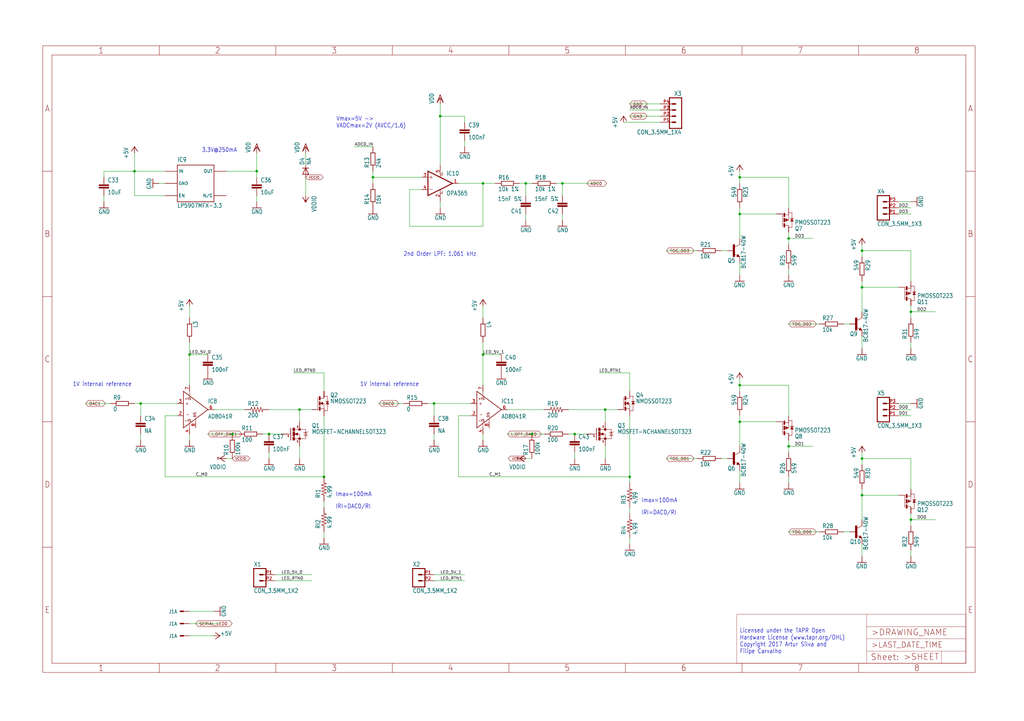
<source format=kicad_sch>
(kicad_sch (version 20211123) (generator eeschema)
  (paper "User" 425.45 299.593)
  (junction (at 200.66 76.2))
  (junction (at 307.34 160.02))
  (junction (at 200.66 147.32))
  (junction (at 154.94 73.66))
  (junction (at 124.46 170.18))
  (junction (at 307.34 73.66))
  (junction (at 358.14 119.38))
  (junction (at 251.46 170.18))
  (junction (at 58.42 167.64))
  (junction (at 378.46 215.9))
  (junction (at 55.88 71.12))
  (junction (at 111.76 180.34))
  (junction (at 307.34 175.26))
  (junction (at 233.68 76.2))
  (junction (at 106.68 71.12))
  (junction (at 96.52 180.34))
  (junction (at 218.44 76.2))
  (junction (at 134.62 198.12))
  (junction (at 358.14 104.14))
  (junction (at 327.66 99.06))
  (junction (at 358.14 190.5))
  (junction (at 378.46 129.54))
  (junction (at 182.88 48.26))
  (junction (at 78.74 147.32))
  (junction (at 327.66 185.42))
  (junction (at 180.34 167.64))
  (junction (at 261.62 198.12))
  (junction (at 220.98 180.34))
  (junction (at 358.14 205.74))
  (junction (at 307.34 88.9))
  (junction (at 238.76 180.34))
  (wire (pts (xy 340.36 134.62) (xy 327.66 134.62)))
  (wire (pts (xy 134.62 162.56) (xy 134.62 154.94)))
  (wire (pts (xy 307.34 88.9) (xy 322.58 88.9)))
  (wire (pts (xy 358.14 144.78) (xy 358.14 139.7)))
  (wire (pts (xy 373.38 88.9) (xy 378.46 88.9)))
  (wire (pts (xy 358.14 205.74) (xy 373.38 205.74)))
  (wire (pts (xy 167.64 167.64) (xy 157.48 167.64)))
  (wire (pts (xy 289.56 104.14) (xy 276.86 104.14)))
  (wire (pts (xy 353.06 134.62) (xy 350.52 134.62)))
  (wire (pts (xy 307.34 175.26) (xy 322.58 175.26)))
  (wire (pts (xy 124.46 190.5) (xy 124.46 185.42)))
  (wire (pts (xy 238.76 180.34) (xy 243.84 180.34)))
  (wire (pts (xy 307.34 175.26) (xy 307.34 185.42)))
  (wire (pts (xy 78.74 264.16) (xy 88.9 264.16)))
  (wire (pts (xy 68.58 71.12) (xy 55.88 71.12)))
  (wire (pts (xy 134.62 154.94) (xy 121.92 154.94)))
  (wire (pts (xy 55.88 63.5) (xy 55.88 71.12)))
  (wire (pts (xy 373.38 167.64) (xy 378.46 167.64)))
  (wire (pts (xy 337.82 99.06) (xy 327.66 99.06)))
  (wire (pts (xy 182.88 43.18) (xy 182.88 48.26)))
  (wire (pts (xy 378.46 116.84) (xy 378.46 104.14)))
  (wire (pts (xy 218.44 190.5) (xy 220.98 190.5)))
  (wire (pts (xy 106.68 63.5) (xy 106.68 71.12)))
  (wire (pts (xy 327.66 114.3) (xy 327.66 111.76)))
  (wire (pts (xy 327.66 185.42) (xy 327.66 182.88)))
  (wire (pts (xy 307.34 73.66) (xy 307.34 76.2)))
  (wire (pts (xy 261.62 223.52) (xy 261.62 226.06)))
  (wire (pts (xy 261.62 162.56) (xy 261.62 154.94)))
  (wire (pts (xy 101.6 170.18) (xy 88.9 170.18)))
  (wire (pts (xy 124.46 170.18) (xy 111.76 170.18)))
  (wire (pts (xy 190.5 76.2) (xy 200.66 76.2)))
  (wire (pts (xy 154.94 73.66) (xy 154.94 76.2)))
  (wire (pts (xy 58.42 167.64) (xy 73.66 167.64)))
  (wire (pts (xy 340.36 220.98) (xy 327.66 220.98)))
  (wire (pts (xy 327.66 198.12) (xy 327.66 200.66)))
  (wire (pts (xy 327.66 101.6) (xy 327.66 99.06)))
  (wire (pts (xy 358.14 101.6) (xy 358.14 104.14)))
  (wire (pts (xy 78.74 254) (xy 88.9 254)))
  (wire (pts (xy 218.44 76.2) (xy 220.98 76.2)))
  (wire (pts (xy 238.76 190.5) (xy 238.76 187.96)))
  (wire (pts (xy 256.54 170.18) (xy 251.46 170.18)))
  (wire (pts (xy 93.98 71.12) (xy 106.68 71.12)))
  (wire (pts (xy 307.34 88.9) (xy 307.34 99.06)))
  (wire (pts (xy 200.66 127) (xy 200.66 132.08)))
  (wire (pts (xy 231.14 76.2) (xy 233.68 76.2)))
  (wire (pts (xy 327.66 73.66) (xy 307.34 73.66)))
  (wire (pts (xy 251.46 170.18) (xy 236.22 170.18)))
  (wire (pts (xy 111.76 180.34) (xy 116.84 180.34)))
  (wire (pts (xy 307.34 71.12) (xy 307.34 73.66)))
  (wire (pts (xy 200.66 76.2) (xy 200.66 93.98)))
  (wire (pts (xy 182.88 83.82) (xy 182.88 86.36)))
  (wire (pts (xy 78.74 182.88) (xy 78.74 180.34)))
  (wire (pts (xy 195.58 172.72) (xy 190.5 172.72)))
  (wire (pts (xy 289.56 190.5) (xy 276.86 190.5)))
  (wire (pts (xy 78.74 147.32) (xy 78.74 160.02)))
  (wire (pts (xy 358.14 190.5) (xy 358.14 193.04)))
  (wire (pts (xy 170.18 93.98) (xy 170.18 78.74)))
  (wire (pts (xy 233.68 76.2) (xy 248.92 76.2)))
  (wire (pts (xy 200.66 93.98) (xy 170.18 93.98)))
  (wire (pts (xy 302.26 190.5) (xy 299.72 190.5)))
  (wire (pts (xy 180.34 172.72) (xy 180.34 167.64)))
  (wire (pts (xy 43.18 71.12) (xy 55.88 71.12)))
  (wire (pts (xy 378.46 215.9) (xy 378.46 213.36)))
  (wire (pts (xy 208.28 147.32) (xy 200.66 147.32)))
  (wire (pts (xy 200.66 147.32) (xy 200.66 160.02)))
  (wire (pts (xy 327.66 86.36) (xy 327.66 73.66)))
  (wire (pts (xy 327.66 99.06) (xy 327.66 96.52)))
  (wire (pts (xy 99.06 180.34) (xy 96.52 180.34)))
  (wire (pts (xy 307.34 157.48) (xy 307.34 160.02)))
  (wire (pts (xy 358.14 119.38) (xy 358.14 129.54)))
  (wire (pts (xy 233.68 88.9) (xy 233.68 91.44)))
  (wire (pts (xy 358.14 119.38) (xy 373.38 119.38)))
  (wire (pts (xy 373.38 83.82) (xy 378.46 83.82)))
  (wire (pts (xy 251.46 175.26) (xy 251.46 170.18)))
  (wire (pts (xy 378.46 228.6) (xy 378.46 231.14)))
  (wire (pts (xy 180.34 167.64) (xy 195.58 167.64)))
  (wire (pts (xy 274.32 50.8) (xy 259.08 50.8)))
  (wire (pts (xy 193.04 48.26) (xy 193.04 50.8)))
  (wire (pts (xy 134.62 198.12) (xy 134.62 172.72)))
  (wire (pts (xy 134.62 208.28) (xy 134.62 210.82)))
  (wire (pts (xy 358.14 104.14) (xy 358.14 106.68)))
  (wire (pts (xy 307.34 200.66) (xy 307.34 195.58)))
  (wire (pts (xy 337.82 185.42) (xy 327.66 185.42)))
  (wire (pts (xy 378.46 144.78) (xy 378.46 142.24)))
  (wire (pts (xy 261.62 200.66) (xy 261.62 198.12)))
  (wire (pts (xy 190.5 172.72) (xy 190.5 198.12)))
  (wire (pts (xy 274.32 48.26) (xy 261.62 48.26)))
  (wire (pts (xy 378.46 203.2) (xy 378.46 190.5)))
  (wire (pts (xy 233.68 76.2) (xy 233.68 81.28)))
  (wire (pts (xy 358.14 205.74) (xy 358.14 215.9)))
  (wire (pts (xy 170.18 78.74) (xy 175.26 78.74)))
  (wire (pts (xy 226.06 170.18) (xy 210.82 170.18)))
  (wire (pts (xy 127 68.58) (xy 127 63.5)))
  (wire (pts (xy 274.32 43.18) (xy 261.62 43.18)))
  (wire (pts (xy 307.34 114.3) (xy 307.34 109.22)))
  (wire (pts (xy 68.58 76.2) (xy 66.04 76.2)))
  (wire (pts (xy 307.34 160.02) (xy 307.34 162.56)))
  (wire (pts (xy 86.36 147.32) (xy 78.74 147.32)))
  (wire (pts (xy 114.3 238.76) (xy 129.54 238.76)))
  (wire (pts (xy 251.46 190.5) (xy 251.46 185.42)))
  (wire (pts (xy 182.88 48.26) (xy 182.88 68.58)))
  (wire (pts (xy 327.66 160.02) (xy 307.34 160.02)))
  (wire (pts (xy 58.42 180.34) (xy 58.42 182.88)))
  (wire (pts (xy 43.18 81.28) (xy 43.18 83.82)))
  (wire (pts (xy 378.46 218.44) (xy 378.46 215.9)))
  (wire (pts (xy 261.62 210.82) (xy 261.62 213.36)))
  (wire (pts (xy 236.22 180.34) (xy 238.76 180.34)))
  (wire (pts (xy 111.76 190.5) (xy 111.76 187.96)))
  (wire (pts (xy 154.94 71.12) (xy 154.94 73.66)))
  (wire (pts (xy 106.68 71.12) (xy 106.68 73.66)))
  (wire (pts (xy 78.74 259.08) (xy 91.44 259.08)))
  (wire (pts (xy 274.32 45.72) (xy 261.62 45.72)))
  (wire (pts (xy 307.34 175.26) (xy 307.34 172.72)))
  (wire (pts (xy 302.26 104.14) (xy 299.72 104.14)))
  (wire (pts (xy 114.3 241.3) (xy 129.54 241.3)))
  (wire (pts (xy 129.54 170.18) (xy 124.46 170.18)))
  (wire (pts (xy 127 73.66) (xy 127 81.28)))
  (wire (pts (xy 200.66 76.2) (xy 205.74 76.2)))
  (wire (pts (xy 55.88 167.64) (xy 58.42 167.64)))
  (wire (pts (xy 78.74 147.32) (xy 78.74 142.24)))
  (wire (pts (xy 358.14 205.74) (xy 358.14 203.2)))
  (wire (pts (xy 327.66 187.96) (xy 327.66 185.42)))
  (wire (pts (xy 73.66 172.72) (xy 68.58 172.72)))
  (wire (pts (xy 43.18 73.66) (xy 43.18 71.12)))
  (wire (pts (xy 134.62 198.12) (xy 68.58 198.12)))
  (wire (pts (xy 218.44 88.9) (xy 218.44 91.44)))
  (wire (pts (xy 134.62 220.98) (xy 134.62 223.52)))
  (wire (pts (xy 388.62 215.9) (xy 378.46 215.9)))
  (wire (pts (xy 215.9 76.2) (xy 218.44 76.2)))
  (wire (pts (xy 261.62 198.12) (xy 261.62 172.72)))
  (wire (pts (xy 200.66 182.88) (xy 200.66 180.34)))
  (wire (pts (xy 373.38 86.36) (xy 378.46 86.36)))
  (wire (pts (xy 58.42 172.72) (xy 58.42 167.64)))
  (wire (pts (xy 373.38 172.72) (xy 378.46 172.72)))
  (wire (pts (xy 261.62 198.12) (xy 190.5 198.12)))
  (wire (pts (xy 175.26 73.66) (xy 154.94 73.66)))
  (wire (pts (xy 378.46 129.54) (xy 378.46 127)))
  (wire (pts (xy 353.06 220.98) (xy 350.52 220.98)))
  (wire (pts (xy 68.58 81.28) (xy 55.88 81.28)))
  (wire (pts (xy 109.22 180.34) (xy 111.76 180.34)))
  (wire (pts (xy 220.98 180.34) (xy 210.82 180.34)))
  (wire (pts (xy 358.14 119.38) (xy 358.14 116.84)))
  (wire (pts (xy 378.46 104.14) (xy 358.14 104.14)))
  (wire (pts (xy 373.38 170.18) (xy 378.46 170.18)))
  (wire (pts (xy 193.04 60.96) (xy 193.04 58.42)))
  (wire (pts (xy 180.34 238.76) (xy 193.04 238.76)))
  (wire (pts (xy 180.34 180.34) (xy 180.34 182.88)))
  (wire (pts (xy 124.46 175.26) (xy 124.46 170.18)))
  (wire (pts (xy 45.72 167.64) (xy 35.56 167.64)))
  (wire (pts (xy 307.34 88.9) (xy 307.34 86.36)))
  (wire (pts (xy 177.8 167.64) (xy 180.34 167.64)))
  (wire (pts (xy 68.58 172.72) (xy 68.58 198.12)))
  (wire (pts (xy 327.66 172.72) (xy 327.66 160.02)))
  (wire (pts (xy 388.62 129.54) (xy 378.46 129.54)))
  (wire (pts (xy 358.14 231.14) (xy 358.14 226.06)))
  (wire (pts (xy 182.88 48.26) (xy 193.04 48.26)))
  (wire (pts (xy 106.68 81.28) (xy 106.68 83.82)))
  (wire (pts (xy 218.44 81.28) (xy 218.44 76.2)))
  (wire (pts (xy 378.46 190.5) (xy 358.14 190.5)))
  (wire (pts (xy 180.34 241.3) (xy 193.04 241.3)))
  (wire (pts (xy 378.46 132.08) (xy 378.46 129.54)))
  (wire (pts (xy 358.14 187.96) (xy 358.14 190.5)))
  (wire (pts (xy 200.66 147.32) (xy 200.66 142.24)))
  (wire (pts (xy 226.06 180.34) (xy 220.98 180.34)))
  (wire (pts (xy 96.52 180.34) (xy 86.36 180.34)))
  (wire (pts (xy 147.32 60.96) (xy 154.94 60.96)))
  (wire (pts (xy 55.88 81.28) (xy 55.88 71.12)))
  (wire (pts (xy 261.62 154.94) (xy 248.92 154.94)))
  (wire (pts (xy 78.74 132.08) (xy 78.74 127)))
  (wire (pts (xy 96.52 190.5) (xy 93.98 190.5)))
  (text "IRI=DAC0/RI" (at 266.446 214.122 180) (effects (font (size 1.778 1.5113)) (justify left bottom)))
  (text "2nd Order LPF: 1.061 kHz" (at 167.64 106.68 180) (effects (font (size 1.778 1.5113)) (justify left bottom)))
  (text "1V internal reference" (at 30.226 160.782 180) (effects (font (size 1.778 1.5113)) (justify left bottom)))
  (text "IRI=DAC0/RI" (at 139.446 211.582 180) (effects (font (size 1.778 1.5113)) (justify left bottom)))
  (text "Licensed under the TAPR Open\nHardware License (www.tapr.org/OHL)\nCopyright 2017 Artur Silva and\nFilipe Carvalho" (at 307.34 271.78 0) (effects (font (size 1.778 1.5113)) (justify left bottom)))
  (text "Imax=100mA" (at 139.446 206.502 180) (effects (font (size 1.778 1.5113)) (justify left bottom)))
  (text "1V internal reference" (at 149.606 160.782 180) (effects (font (size 1.778 1.5113)) (justify left bottom)))
  (text "Imax=100mA" (at 266.446 209.042 180) (effects (font (size 1.778 1.5113)) (justify left bottom)))
  (text "Vmax=5V ->\nVADCmax=2V (AVCC/1.6)" (at 139.7 53.34 180) (effects (font (size 1.778 1.5113)) (justify left bottom)))
  (text "3.3V@250mA" (at 83.82 63.5 180) (effects (font (size 1.778 1.5113)) (justify left bottom)))
  (label "LED_RTN0" (at 116.84 241.3 0) (effects (font (size 1.2446 1.2446))))
  (label "DO1" (at 330.2 185.42 0) (effects (font (size 1.2446 1.2446))))
  (label "DO2" (at 381 129.54 0) (effects (font (size 1.2446 1.2446))))
  (label "LED_5V_1" (at 200.66 147.32 0) (effects (font (size 1.2446 1.2446))))
  (label "ADC0_IN" (at 261.62 45.72 0) (effects (font (size 1.2446 1.2446))))
  (label "C_M1" (at 203.2 198.12 0) (effects (font (size 1.2446 1.2446))))
  (label "LED_5V_0" (at 78.74 147.32 0) (effects (font (size 1.2446 1.2446))))
  (label "LED_5V_0" (at 116.84 238.76 0) (effects (font (size 1.2446 1.2446))))
  (label "DO0" (at 381 215.9 0) (effects (font (size 1.2446 1.2446))))
  (label "DO3" (at 330.2 99.06 0) (effects (font (size 1.2446 1.2446))))
  (label "DO0" (at 373.38 170.18 0) (effects (font (size 1.2446 1.2446))))
  (label "C_M0" (at 81.28 198.12 0) (effects (font (size 1.2446 1.2446))))
  (label "LED_RTN1" (at 248.92 154.94 0) (effects (font (size 1.2446 1.2446))))
  (label "LED_5V_1" (at 182.88 238.76 0) (effects (font (size 1.2446 1.2446))))
  (label "LED_RTN0" (at 121.92 154.94 0) (effects (font (size 1.2446 1.2446))))
  (label "DO2" (at 373.38 86.36 0) (effects (font (size 1.2446 1.2446))))
  (label "LED_RTN1" (at 182.88 241.3 0) (effects (font (size 1.2446 1.2446))))
  (label "DO3" (at 373.38 88.9 0) (effects (font (size 1.2446 1.2446))))
  (label "ADC0_IN" (at 147.32 60.96 0) (effects (font (size 1.2446 1.2446))))
  (label "DO1" (at 373.38 172.72 0) (effects (font (size 1.2446 1.2446))))
  (global_label "VCCIO" (shape bidirectional) (at 218.44 190.5 180) (effects (font (size 1.016 1.016))) (property "Intersheet References" "${INTERSHEET_REFS}" (effects hide)))
  (global_label "DAC0" (shape bidirectional) (at 157.48 167.64 0) (effects (font (size 1.2446 1.2446))) (property "Intersheet References" "${INTERSHEET_REFS}" (effects hide)))
  (global_label "VCCIO" (shape bidirectional) (at 96.52 190.5 0) (effects (font (size 1.016 1.016))) (property "Intersheet References" "${INTERSHEET_REFS}" (effects hide)))
  (global_label "SERIAL_LED0" (shape bidirectional) (at 81.28 259.08 0) (effects (font (size 1.2446 1.2446))) (property "Intersheet References" "${INTERSHEET_REFS}" (effects hide)))
  (global_label "ADC0" (shape bidirectional) (at 243.84 76.2 0) (effects (font (size 1.2446 1.2446))) (property "Intersheet References" "${INTERSHEET_REFS}" (effects hide)))
  (global_label "I_OFF_DAC0" (shape bidirectional) (at 210.82 180.34 0) (effects (font (size 1.2446 1.2446))) (property "Intersheet References" "${INTERSHEET_REFS}" (effects hide)))
  (global_label "TOG_D02" (shape bidirectional) (at 327.66 134.62 0) (effects (font (size 1.2446 1.2446))) (property "Intersheet References" "${INTERSHEET_REFS}" (effects hide)))
  (global_label "TOG_D00" (shape bidirectional) (at 327.66 220.98 0) (effects (font (size 1.2446 1.2446))) (property "Intersheet References" "${INTERSHEET_REFS}" (effects hide)))
  (global_label "DAC1" (shape bidirectional) (at 35.56 167.64 0) (effects (font (size 1.2446 1.2446))) (property "Intersheet References" "${INTERSHEET_REFS}" (effects hide)))
  (global_label "I_OFF_DAC1" (shape bidirectional) (at 86.36 180.34 0) (effects (font (size 1.2446 1.2446))) (property "Intersheet References" "${INTERSHEET_REFS}" (effects hide)))
  (global_label "TOG_D01" (shape bidirectional) (at 276.86 190.5 0) (effects (font (size 1.2446 1.2446))) (property "Intersheet References" "${INTERSHEET_REFS}" (effects hide)))
  (global_label "VCCIO" (shape bidirectional) (at 127 73.66 0) (effects (font (size 1.016 1.016))) (property "Intersheet References" "${INTERSHEET_REFS}" (effects hide)))
  (global_label "TOG_D03" (shape bidirectional) (at 276.86 104.14 0) (effects (font (size 1.2446 1.2446))) (property "Intersheet References" "${INTERSHEET_REFS}" (effects hide)))
  (global_label "GND" (shape bidirectional) (at 261.62 43.18 0) (effects (font (size 1.2446 1.2446))) (property "Intersheet References" "${INTERSHEET_REFS}" (effects hide)))
  (global_label "GND" (shape bidirectional) (at 261.62 48.26 0) (effects (font (size 1.2446 1.2446))) (property "Intersheet References" "${INTERSHEET_REFS}" (effects hide)))
  (symbol (lib_id "harp behavior v1.2-eagle-import:GND") (at 124.46 193.04 0) (mirror y)
    (property "Reference" "#GND1" (effects hide))
    (property "Value" "GND" (at 127 195.58 0) (effects (font (size 1.778 1.5113)) (justify left bottom)))
    (property "Footprint" "harp behavior v1.2:" (effects hide))
  )
  (symbol (lib_id "harp behavior v1.2-eagle-import:C-EUC0402") (at 233.68 86.36 180)
    (property "Reference" "C42" (at 232.156 86.741 0) (effects (font (size 1.778 1.5113)) (justify left bottom)))
    (property "Value" "15nF 5%" (at 232.156 81.661 0) (effects (font (size 1.778 1.5113)) (justify left bottom)))
    (property "Footprint" "harp behavior v1.2:C0402" (effects hide))
  )
  (symbol (lib_id "harp behavior v1.2-eagle-import:C-EUC0603") (at 43.18 76.2 0)
    (property "Reference" "C33" (at 44.704 75.819 0) (effects (font (size 1.778 1.5113)) (justify left bottom)))
    (property "Value" "10uF" (at 44.704 80.899 0) (effects (font (size 1.778 1.5113)) (justify left bottom)))
    (property "Footprint" "harp behavior v1.2:C0603" (effects hide))
  )
  (symbol (lib_id "harp behavior v1.2-eagle-import:R-EU_R0402") (at 226.06 76.2 0)
    (property "Reference" "R18" (at 222.25 74.7014 0) (effects (font (size 1.778 1.5113)) (justify left bottom)))
    (property "Value" "10k 1%" (at 222.25 79.502 0) (effects (font (size 1.778 1.5113)) (justify left bottom)))
    (property "Footprint" "harp behavior v1.2:R0402" (effects hide))
  )
  (symbol (lib_id "harp behavior v1.2-eagle-import:CON_3.5MM_1X4") (at 279.4 45.72 0) (mirror y)
    (property "Reference" "X3" (at 283.21 39.878 0) (effects (font (size 1.778 1.5113)) (justify left bottom)))
    (property "Value" "CON_3.5MM_1X4" (at 283.21 55.88 0) (effects (font (size 1.778 1.5113)) (justify left bottom)))
    (property "Footprint" "harp behavior v1.2:CON_3.5MM_1X4" (effects hide))
  )
  (symbol (lib_id "harp behavior v1.2-eagle-import:R-US_R1210") (at 231.14 170.18 0)
    (property "Reference" "R19" (at 227.33 168.6814 0) (effects (font (size 1.778 1.5113)) (justify left bottom)))
    (property "Value" "200" (at 227.33 173.482 0) (effects (font (size 1.778 1.5113)) (justify left bottom)))
    (property "Footprint" "harp behavior v1.2:R1210" (effects hide))
  )
  (symbol (lib_id "harp behavior v1.2-eagle-import:R-US_R2512") (at 261.62 205.74 90)
    (property "Reference" "RI3" (at 260.1214 209.55 0) (effects (font (size 1.778 1.5113)) (justify left bottom)))
    (property "Value" "4.99" (at 264.922 209.55 0) (effects (font (size 1.778 1.5113)) (justify left bottom)))
    (property "Footprint" "harp behavior v1.2:R2512" (effects hide))
  )
  (symbol (lib_id "harp behavior v1.2-eagle-import:PMOSSOT223") (at 327.66 91.44 0) (mirror x)
    (property "Reference" "Q7" (at 330.2 93.98 0) (effects (font (size 1.778 1.5113)) (justify left bottom)))
    (property "Value" "PMOSSOT223" (at 330.2 91.44 0) (effects (font (size 1.778 1.5113)) (justify left bottom)))
    (property "Footprint" "harp behavior v1.2:SOT223" (effects hide))
  )
  (symbol (lib_id "harp behavior v1.2-eagle-import:R-EU_R0805") (at 307.34 81.28 270)
    (property "Reference" "R23" (at 308.8386 77.47 0) (effects (font (size 1.778 1.5113)) (justify left bottom)))
    (property "Value" "549" (at 304.038 77.47 0) (effects (font (size 1.778 1.5113)) (justify left bottom)))
    (property "Footprint" "harp behavior v1.2:R0805" (effects hide))
  )
  (symbol (lib_id "harp behavior v1.2-eagle-import:R-US_R2512") (at 134.62 215.9 90)
    (property "Reference" "RI2" (at 133.1214 219.71 0) (effects (font (size 1.778 1.5113)) (justify left bottom)))
    (property "Value" "4.99" (at 137.922 219.71 0) (effects (font (size 1.778 1.5113)) (justify left bottom)))
    (property "Footprint" "harp behavior v1.2:R2512" (effects hide))
  )
  (symbol (lib_id "harp behavior v1.2-eagle-import:R-EU_R0402") (at 220.98 185.42 90)
    (property "Reference" "R17" (at 219.4814 189.23 0) (effects (font (size 1.778 1.5113)) (justify left bottom)))
    (property "Value" "100k" (at 224.282 189.23 0) (effects (font (size 1.778 1.5113)) (justify left bottom)))
    (property "Footprint" "harp behavior v1.2:R0402" (effects hide))
  )
  (symbol (lib_id "harp behavior v1.2-eagle-import:GND") (at 327.66 116.84 0) (mirror y)
    (property "Reference" "#GND25" (effects hide))
    (property "Value" "GND" (at 330.2 119.38 0) (effects (font (size 1.778 1.5113)) (justify left bottom)))
    (property "Footprint" "harp behavior v1.2:" (effects hide))
  )
  (symbol (lib_id "harp behavior v1.2-eagle-import:GND") (at 358.14 233.68 0)
    (property "Reference" "#GND80" (effects hide))
    (property "Value" "GND" (at 355.6 236.22 0) (effects (font (size 1.778 1.5113)) (justify left bottom)))
    (property "Footprint" "harp behavior v1.2:" (effects hide))
  )
  (symbol (lib_id "harp behavior v1.2-eagle-import:OPA365") (at 182.88 76.2 0)
    (property "Reference" "IC10" (at 185.42 73.025 0) (effects (font (size 1.778 1.5113)) (justify left bottom)))
    (property "Value" "OPA365" (at 185.42 81.28 0) (effects (font (size 1.778 1.5113)) (justify left bottom)))
    (property "Footprint" "harp behavior v1.2:SOT23-5" (effects hide))
  )
  (symbol (lib_id "harp behavior v1.2-eagle-import:NMOSSOT223") (at 134.62 167.64 0)
    (property "Reference" "Q2" (at 137.16 165.1 0) (effects (font (size 1.778 1.5113)) (justify left bottom)))
    (property "Value" "NMOSSOT223" (at 137.16 167.64 0) (effects (font (size 1.778 1.5113)) (justify left bottom)))
    (property "Footprint" "harp behavior v1.2:SOT223" (effects hide))
  )
  (symbol (lib_id "harp behavior v1.2-eagle-import:+5V") (at 358.14 185.42 0)
    (property "Reference" "#P+26" (effects hide))
    (property "Value" "+5V" (at 355.6 190.5 90) (effects (font (size 1.778 1.5113)) (justify left bottom)))
    (property "Footprint" "harp behavior v1.2:" (effects hide))
  )
  (symbol (lib_id "harp behavior v1.2-eagle-import:+5V") (at 55.88 60.96 0)
    (property "Reference" "#P+2" (effects hide))
    (property "Value" "+5V" (at 53.34 66.04 90) (effects (font (size 1.778 1.5113)) (justify left bottom)))
    (property "Footprint" "harp behavior v1.2:" (effects hide))
  )
  (symbol (lib_id "harp behavior v1.2-eagle-import:C-EUC0402") (at 208.28 149.86 0)
    (property "Reference" "C40" (at 209.804 149.479 0) (effects (font (size 1.778 1.5113)) (justify left bottom)))
    (property "Value" "100nF" (at 209.804 154.559 0) (effects (font (size 1.778 1.5113)) (justify left bottom)))
    (property "Footprint" "harp behavior v1.2:C0402" (effects hide))
  )
  (symbol (lib_id "harp behavior v1.2-eagle-import:GND") (at 307.34 116.84 0)
    (property "Reference" "#GND50" (effects hide))
    (property "Value" "GND" (at 304.8 119.38 0) (effects (font (size 1.778 1.5113)) (justify left bottom)))
    (property "Footprint" "harp behavior v1.2:" (effects hide))
  )
  (symbol (lib_id "harp behavior v1.2-eagle-import:GND") (at 218.44 93.98 0) (mirror y)
    (property "Reference" "#GND18" (effects hide))
    (property "Value" "GND" (at 220.98 96.52 0) (effects (font (size 1.778 1.5113)) (justify left bottom)))
    (property "Footprint" "harp behavior v1.2:" (effects hide))
  )
  (symbol (lib_id "harp behavior v1.2-eagle-import:C-EUC0402") (at 180.34 175.26 0)
    (property "Reference" "C38" (at 181.864 174.879 0) (effects (font (size 1.778 1.5113)) (justify left bottom)))
    (property "Value" "NA" (at 181.864 179.959 0) (effects (font (size 1.778 1.5113)) (justify left bottom)))
    (property "Footprint" "harp behavior v1.2:C0402" (effects hide))
  )
  (symbol (lib_id "harp behavior v1.2-eagle-import:GND") (at 78.74 185.42 0) (mirror y)
    (property "Reference" "#GND14" (effects hide))
    (property "Value" "GND" (at 81.28 187.96 0) (effects (font (size 1.778 1.5113)) (justify left bottom)))
    (property "Footprint" "harp behavior v1.2:" (effects hide))
  )
  (symbol (lib_id "harp behavior v1.2-eagle-import:C-EUC0402") (at 86.36 149.86 0)
    (property "Reference" "C35" (at 87.884 149.479 0) (effects (font (size 1.778 1.5113)) (justify left bottom)))
    (property "Value" "100nF" (at 87.884 154.559 0) (effects (font (size 1.778 1.5113)) (justify left bottom)))
    (property "Footprint" "harp behavior v1.2:C0402" (effects hide))
  )
  (symbol (lib_id "harp behavior v1.2-eagle-import:GND") (at 43.18 86.36 0) (mirror y)
    (property "Reference" "#GND75" (effects hide))
    (property "Value" "GND" (at 45.72 88.9 0) (effects (font (size 1.778 1.5113)) (justify left bottom)))
    (property "Footprint" "harp behavior v1.2:" (effects hide))
  )
  (symbol (lib_id "harp behavior v1.2-eagle-import:GND") (at 251.46 193.04 0) (mirror y)
    (property "Reference" "#GND84" (effects hide))
    (property "Value" "GND" (at 254 195.58 0) (effects (font (size 1.778 1.5113)) (justify left bottom)))
    (property "Footprint" "harp behavior v1.2:" (effects hide))
  )
  (symbol (lib_id "harp behavior v1.2-eagle-import:VDD") (at 182.88 40.64 0)
    (property "Reference" "#VDD2" (effects hide))
    (property "Value" "VDD" (at 180.34 43.18 90) (effects (font (size 1.778 1.5113)) (justify left bottom)))
    (property "Footprint" "harp behavior v1.2:" (effects hide))
  )
  (symbol (lib_id "harp behavior v1.2-eagle-import:R-EU_R0805") (at 200.66 137.16 270)
    (property "Reference" "L4" (at 202.1586 133.35 0) (effects (font (size 1.778 1.5113)) (justify left bottom)))
    (property "Value" "600@100M" (effects hide))
    (property "Footprint" "harp behavior v1.2:R0805" (effects hide))
  )
  (symbol (lib_id "harp behavior v1.2-eagle-import:R-EU_R0402") (at 210.82 76.2 0)
    (property "Reference" "R16" (at 207.01 74.7014 0) (effects (font (size 1.778 1.5113)) (justify left bottom)))
    (property "Value" "10k 1%" (at 207.01 79.502 0) (effects (font (size 1.778 1.5113)) (justify left bottom)))
    (property "Footprint" "harp behavior v1.2:R0402" (effects hide))
  )
  (symbol (lib_id "harp behavior v1.2-eagle-import:R-EU_R0805") (at 378.46 223.52 90)
    (property "Reference" "R32" (at 376.9614 227.33 0) (effects (font (size 1.778 1.5113)) (justify left bottom)))
    (property "Value" "549" (at 381.762 227.33 0) (effects (font (size 1.778 1.5113)) (justify left bottom)))
    (property "Footprint" "harp behavior v1.2:R0805" (effects hide))
  )
  (symbol (lib_id "harp behavior v1.2-eagle-import:MOSFET-NCHANNELSOT323") (at 124.46 180.34 0)
    (property "Reference" "Q1" (at 129.54 177.8 0) (effects (font (size 1.778 1.5113)) (justify left bottom)))
    (property "Value" "MOSFET-NCHANNELSOT323" (at 129.54 180.34 0) (effects (font (size 1.778 1.5113)) (justify left bottom)))
    (property "Footprint" "harp behavior v1.2:SOT323" (effects hide))
  )
  (symbol (lib_id "harp behavior v1.2-eagle-import:C-EUC0402") (at 58.42 175.26 0)
    (property "Reference" "C34" (at 59.944 174.879 0) (effects (font (size 1.778 1.5113)) (justify left bottom)))
    (property "Value" "NA" (at 59.944 179.959 0) (effects (font (size 1.778 1.5113)) (justify left bottom)))
    (property "Footprint" "harp behavior v1.2:C0402" (effects hide))
  )
  (symbol (lib_id "harp behavior v1.2-eagle-import:GND") (at 180.34 185.42 0) (mirror y)
    (property "Reference" "#GND88" (effects hide))
    (property "Value" "GND" (at 182.88 187.96 0) (effects (font (size 1.778 1.5113)) (justify left bottom)))
    (property "Footprint" "harp behavior v1.2:" (effects hide))
  )
  (symbol (lib_id "harp behavior v1.2-eagle-import:MOSFET-NCHANNELSOT323") (at 251.46 180.34 0)
    (property "Reference" "Q3" (at 256.54 177.8 0) (effects (font (size 1.778 1.5113)) (justify left bottom)))
    (property "Value" "MOSFET-NCHANNELSOT323" (at 256.54 180.34 0) (effects (font (size 1.778 1.5113)) (justify left bottom)))
    (property "Footprint" "harp behavior v1.2:SOT323" (effects hide))
  )
  (symbol (lib_id "harp behavior v1.2-eagle-import:22-?-0305-7038") (at 76.2 259.08 180)
    (property "Reference" "J1" (at 73.66 258.318 0) (effects (font (size 1.524 1.2954)) (justify left bottom)))
    (property "Value" "22-?-0305-7038" (effects hide))
    (property "Footprint" "harp behavior v1.2:7395-03" (effects hide))
  )
  (symbol (lib_id "harp behavior v1.2-eagle-import:R-EU_R0402") (at 50.8 167.64 0)
    (property "Reference" "R9" (at 46.99 166.1414 0) (effects (font (size 1.778 1.5113)) (justify left bottom)))
    (property "Value" "0" (at 46.99 170.942 0) (effects (font (size 1.778 1.5113)) (justify left bottom)))
    (property "Footprint" "harp behavior v1.2:R0402" (effects hide))
  )
  (symbol (lib_id "harp behavior v1.2-eagle-import:R-EU_R0805") (at 378.46 137.16 90)
    (property "Reference" "R31" (at 376.9614 140.97 0) (effects (font (size 1.778 1.5113)) (justify left bottom)))
    (property "Value" "549" (at 381.762 140.97 0) (effects (font (size 1.778 1.5113)) (justify left bottom)))
    (property "Footprint" "harp behavior v1.2:R0805" (effects hide))
  )
  (symbol (lib_id "harp behavior v1.2-eagle-import:NMOSSOT223") (at 261.62 167.64 0)
    (property "Reference" "Q4" (at 264.16 165.1 0) (effects (font (size 1.778 1.5113)) (justify left bottom)))
    (property "Value" "NMOSSOT223" (at 264.16 167.64 0) (effects (font (size 1.778 1.5113)) (justify left bottom)))
    (property "Footprint" "harp behavior v1.2:SOT223" (effects hide))
  )
  (symbol (lib_id "harp behavior v1.2-eagle-import:GND") (at 58.42 185.42 0) (mirror y)
    (property "Reference" "#GND15" (effects hide))
    (property "Value" "GND" (at 60.96 187.96 0) (effects (font (size 1.778 1.5113)) (justify left bottom)))
    (property "Footprint" "harp behavior v1.2:" (effects hide))
  )
  (symbol (lib_id "harp behavior v1.2-eagle-import:PMOSSOT223") (at 378.46 208.28 0) (mirror x)
    (property "Reference" "Q12" (at 381 210.82 0) (effects (font (size 1.778 1.5113)) (justify left bottom)))
    (property "Value" "PMOSSOT223" (at 381 208.28 0) (effects (font (size 1.778 1.5113)) (justify left bottom)))
    (property "Footprint" "harp behavior v1.2:SOT223" (effects hide))
  )
  (symbol (lib_id "harp behavior v1.2-eagle-import:R-EU_R0805") (at 78.74 137.16 270)
    (property "Reference" "L3" (at 80.2386 133.35 0) (effects (font (size 1.778 1.5113)) (justify left bottom)))
    (property "Value" "600@100M" (effects hide))
    (property "Footprint" "harp behavior v1.2:R0805" (effects hide))
  )
  (symbol (lib_id "harp behavior v1.2-eagle-import:R-EU_R0805") (at 358.14 198.12 270)
    (property "Reference" "R30" (at 359.6386 194.31 0) (effects (font (size 1.778 1.5113)) (justify left bottom)))
    (property "Value" "549" (at 354.838 194.31 0) (effects (font (size 1.778 1.5113)) (justify left bottom)))
    (property "Footprint" "harp behavior v1.2:R0805" (effects hide))
  )
  (symbol (lib_id "harp behavior v1.2-eagle-import:CON_3.5MM_1X3") (at 368.3 86.36 0)
    (property "Reference" "X4" (at 364.49 80.518 0) (effects (font (size 1.778 1.5113)) (justify left bottom)))
    (property "Value" "CON_3.5MM_1X3" (at 364.49 93.98 0) (effects (font (size 1.778 1.5113)) (justify left bottom)))
    (property "Footprint" "harp behavior v1.2:CON_3.5MM_1X3" (effects hide))
  )
  (symbol (lib_id "harp behavior v1.2-eagle-import:+5V") (at 91.44 264.16 270)
    (property "Reference" "#P+29" (effects hide))
    (property "Value" "+5V" (at 91.44 264.16 90) (effects (font (size 1.778 1.5113)) (justify left bottom)))
    (property "Footprint" "harp behavior v1.2:" (effects hide))
  )
  (symbol (lib_id "harp behavior v1.2-eagle-import:VDD") (at 127 60.96 0)
    (property "Reference" "#VDD3" (effects hide))
    (property "Value" "VDD" (at 124.46 63.5 90) (effects (font (size 1.778 1.5113)) (justify left bottom)))
    (property "Footprint" "harp behavior v1.2:" (effects hide))
  )
  (symbol (lib_id "harp behavior v1.2-eagle-import:R-US_R2512") (at 261.62 218.44 90)
    (property "Reference" "RI4" (at 260.1214 222.25 0) (effects (font (size 1.778 1.5113)) (justify left bottom)))
    (property "Value" "4.99" (at 264.922 222.25 0) (effects (font (size 1.778 1.5113)) (justify left bottom)))
    (property "Footprint" "harp behavior v1.2:R2512" (effects hide))
  )
  (symbol (lib_id "harp behavior v1.2-eagle-import:+5V") (at 78.74 124.46 0)
    (property "Reference" "#P+6" (effects hide))
    (property "Value" "+5V" (at 76.2 129.54 90) (effects (font (size 1.778 1.5113)) (justify left bottom)))
    (property "Footprint" "harp behavior v1.2:" (effects hide))
  )
  (symbol (lib_id "harp behavior v1.2-eagle-import:GND") (at 106.68 86.36 0) (mirror y)
    (property "Reference" "#GND73" (effects hide))
    (property "Value" "GND" (at 109.22 88.9 0) (effects (font (size 1.778 1.5113)) (justify left bottom)))
    (property "Footprint" "harp behavior v1.2:" (effects hide))
  )
  (symbol (lib_id "harp behavior v1.2-eagle-import:GND") (at 233.68 93.98 0) (mirror y)
    (property "Reference" "#GND20" (effects hide))
    (property "Value" "GND" (at 236.22 96.52 0) (effects (font (size 1.778 1.5113)) (justify left bottom)))
    (property "Footprint" "harp behavior v1.2:" (effects hide))
  )
  (symbol (lib_id "harp behavior v1.2-eagle-import:GND") (at 200.66 185.42 0) (mirror y)
    (property "Reference" "#GND87" (effects hide))
    (property "Value" "GND" (at 203.2 187.96 0) (effects (font (size 1.778 1.5113)) (justify left bottom)))
    (property "Footprint" "harp behavior v1.2:" (effects hide))
  )
  (symbol (lib_id "harp behavior v1.2-eagle-import:R-EU_R0402") (at 345.44 220.98 0)
    (property "Reference" "R28" (at 341.63 219.4814 0) (effects (font (size 1.778 1.5113)) (justify left bottom)))
    (property "Value" "10k" (at 341.63 224.282 0) (effects (font (size 1.778 1.5113)) (justify left bottom)))
    (property "Footprint" "harp behavior v1.2:R0402" (effects hide))
  )
  (symbol (lib_id "harp behavior v1.2-eagle-import:GND") (at 182.88 88.9 0) (mirror y)
    (property "Reference" "#GND41" (effects hide))
    (property "Value" "GND" (at 185.42 91.44 0) (effects (font (size 1.778 1.5113)) (justify left bottom)))
    (property "Footprint" "harp behavior v1.2:" (effects hide))
  )
  (symbol (lib_id "harp behavior v1.2-eagle-import:GND") (at 193.04 63.5 0) (mirror y)
    (property "Reference" "#GND22" (effects hide))
    (property "Value" "GND" (at 195.58 66.04 0) (effects (font (size 1.778 1.5113)) (justify left bottom)))
    (property "Footprint" "harp behavior v1.2:" (effects hide))
  )
  (symbol (lib_id "harp behavior v1.2-eagle-import:GND") (at 208.28 157.48 0) (mirror y)
    (property "Reference" "#GND98" (effects hide))
    (property "Value" "GND" (at 210.82 160.02 0) (effects (font (size 1.778 1.5113)) (justify left bottom)))
    (property "Footprint" "harp behavior v1.2:" (effects hide))
  )
  (symbol (lib_id "harp behavior v1.2-eagle-import:VCCIO") (at 91.44 190.5 90)
    (property "Reference" "#VCC7" (effects hide))
    (property "Value" "VDDIO" (at 93.98 193.04 90) (effects (font (size 1.778 1.5113)) (justify left bottom)))
    (property "Footprint" "harp behavior v1.2:" (effects hide))
  )
  (symbol (lib_id "harp behavior v1.2-eagle-import:C-EUC0402") (at 111.76 182.88 0)
    (property "Reference" "C37" (at 113.284 182.499 0) (effects (font (size 1.778 1.5113)) (justify left bottom)))
    (property "Value" "100nF" (at 113.284 187.579 0) (effects (font (size 1.778 1.5113)) (justify left bottom)))
    (property "Footprint" "harp behavior v1.2:C0402" (effects hide))
  )
  (symbol (lib_id "harp behavior v1.2-eagle-import:AD8041R") (at 78.74 170.18 0)
    (property "Reference" "IC8" (at 86.36 167.64 0) (effects (font (size 1.778 1.5113)) (justify left bottom)))
    (property "Value" "AD8041R" (at 86.36 173.99 0) (effects (font (size 1.778 1.5113)) (justify left bottom)))
    (property "Footprint" "harp behavior v1.2:SO8" (effects hide))
  )
  (symbol (lib_id "harp behavior v1.2-eagle-import:TLV700XX") (at 81.28 76.2 0)
    (property "Reference" "IC9" (at 73.66 67.31 0) (effects (font (size 1.778 1.5113)) (justify left bottom)))
    (property "Value" "LP5907MFX-3.3" (at 73.66 86.36 0) (effects (font (size 1.778 1.5113)) (justify left bottom)))
    (property "Footprint" "harp behavior v1.2:TSOT23-5" (effects hide))
  )
  (symbol (lib_id "harp behavior v1.2-eagle-import:GND") (at 327.66 203.2 0) (mirror y)
    (property "Reference" "#GND28" (effects hide))
    (property "Value" "GND" (at 330.2 205.74 0) (effects (font (size 1.778 1.5113)) (justify left bottom)))
    (property "Footprint" "harp behavior v1.2:" (effects hide))
  )
  (symbol (lib_id "harp behavior v1.2-eagle-import:R-US_R1210") (at 106.68 170.18 0)
    (property "Reference" "R12" (at 102.87 168.6814 0) (effects (font (size 1.778 1.5113)) (justify left bottom)))
    (property "Value" "200" (at 102.87 173.482 0) (effects (font (size 1.778 1.5113)) (justify left bottom)))
    (property "Footprint" "harp behavior v1.2:R1210" (effects hide))
  )
  (symbol (lib_id "harp behavior v1.2-eagle-import:R-EU_R0402") (at 104.14 180.34 0)
    (property "Reference" "R11" (at 100.33 178.8414 0) (effects (font (size 1.778 1.5113)) (justify left bottom)))
    (property "Value" "100" (at 100.33 183.642 0) (effects (font (size 1.778 1.5113)) (justify left bottom)))
    (property "Footprint" "harp behavior v1.2:R0402" (effects hide))
  )
  (symbol (lib_id "harp behavior v1.2-eagle-import:C-EUC0402") (at 193.04 53.34 0)
    (property "Reference" "C39" (at 194.564 52.959 0) (effects (font (size 1.778 1.5113)) (justify left bottom)))
    (property "Value" "100nF" (at 194.564 58.039 0) (effects (font (size 1.778 1.5113)) (justify left bottom)))
    (property "Footprint" "harp behavior v1.2:C0402" (effects hide))
  )
  (symbol (lib_id "harp behavior v1.2-eagle-import:GND") (at 134.62 226.06 0) (mirror y)
    (property "Reference" "#GND8" (effects hide))
    (property "Value" "GND" (at 137.16 228.6 0) (effects (font (size 1.778 1.5113)) (justify left bottom)))
    (property "Footprint" "harp behavior v1.2:" (effects hide))
  )
  (symbol (lib_id "harp behavior v1.2-eagle-import:+5V") (at 358.14 99.06 0)
    (property "Reference" "#P+16" (effects hide))
    (property "Value" "+5V" (at 355.6 104.14 90) (effects (font (size 1.778 1.5113)) (justify left bottom)))
    (property "Footprint" "harp behavior v1.2:" (effects hide))
  )
  (symbol (lib_id "harp behavior v1.2-eagle-import:+5V") (at 259.08 48.26 0)
    (property "Reference" "#P+19" (effects hide))
    (property "Value" "+5V" (at 256.54 53.34 90) (effects (font (size 1.778 1.5113)) (justify left bottom)))
    (property "Footprint" "harp behavior v1.2:" (effects hide))
  )
  (symbol (lib_id "harp behavior v1.2-eagle-import:VCCIO") (at 127 83.82 180)
    (property "Reference" "#VCC13" (effects hide))
    (property "Value" "VDDIO" (at 129.54 81.28 90) (effects (font (size 1.778 1.5113)) (justify left bottom)))
    (property "Footprint" "harp behavior v1.2:" (effects hide))
  )
  (symbol (lib_id "harp behavior v1.2-eagle-import:GND") (at 238.76 193.04 0) (mirror y)
    (property "Reference" "#GND93" (effects hide))
    (property "Value" "GND" (at 241.3 195.58 0) (effects (font (size 1.778 1.5113)) (justify left bottom)))
    (property "Footprint" "harp behavior v1.2:" (effects hide))
  )
  (symbol (lib_id "harp behavior v1.2-eagle-import:R-EU_R0402") (at 231.14 180.34 0)
    (property "Reference" "R20" (at 227.33 178.8414 0) (effects (font (size 1.778 1.5113)) (justify left bottom)))
    (property "Value" "100" (at 227.33 183.642 0) (effects (font (size 1.778 1.5113)) (justify left bottom)))
    (property "Footprint" "harp behavior v1.2:R0402" (effects hide))
  )
  (symbol (lib_id "harp behavior v1.2-eagle-import:GND") (at 111.76 193.04 0) (mirror y)
    (property "Reference" "#GND21" (effects hide))
    (property "Value" "GND" (at 114.3 195.58 0) (effects (font (size 1.778 1.5113)) (justify left bottom)))
    (property "Footprint" "harp behavior v1.2:" (effects hide))
  )
  (symbol (lib_id "harp behavior v1.2-eagle-import:DIODE-SOD323-R") (at 127 71.12 90)
    (property "Reference" "D4" (at 126.5174 68.58 0) (effects (font (size 1.778 1.5113)) (justify left bottom)))
    (property "Value" "NA" (at 129.3114 68.58 0) (effects (font (size 1.778 1.5113)) (justify left bottom)))
    (property "Footprint" "harp behavior v1.2:SOD323-R" (effects hide))
  )
  (symbol (lib_id "harp behavior v1.2-eagle-import:GND") (at 86.36 157.48 0) (mirror y)
    (property "Reference" "#GND52" (effects hide))
    (property "Value" "GND" (at 88.9 160.02 0) (effects (font (size 1.778 1.5113)) (justify left bottom)))
    (property "Footprint" "harp behavior v1.2:" (effects hide))
  )
  (symbol (lib_id "harp behavior v1.2-eagle-import:R-EU_R0805") (at 327.66 193.04 90)
    (property "Reference" "R26" (at 326.1614 196.85 0) (effects (font (size 1.778 1.5113)) (justify left bottom)))
    (property "Value" "549" (at 330.962 196.85 0) (effects (font (size 1.778 1.5113)) (justify left bottom)))
    (property "Footprint" "harp behavior v1.2:R0805" (effects hide))
  )
  (symbol (lib_id "harp behavior v1.2-eagle-import:GND") (at 91.44 254 90) (mirror x)
    (property "Reference" "#GND32" (effects hide))
    (property "Value" "GND" (at 93.98 251.46 0) (effects (font (size 1.778 1.5113)) (justify left bottom)))
    (property "Footprint" "harp behavior v1.2:" (effects hide))
  )
  (symbol (lib_id "harp behavior v1.2-eagle-import:VCCIO") (at 215.9 190.5 90)
    (property "Reference" "#VCC6" (effects hide))
    (property "Value" "VDDIO" (at 218.44 193.04 90) (effects (font (size 1.778 1.5113)) (justify left bottom)))
    (property "Footprint" "harp behavior v1.2:" (effects hide))
  )
  (symbol (lib_id "harp behavior v1.2-eagle-import:R-EU_R0402") (at 154.94 66.04 90)
    (property "Reference" "R13" (at 153.4414 69.85 0) (effects (font (size 1.778 1.5113)) (justify left bottom)))
    (property "Value" "24k" (at 158.242 69.85 0) (effects (font (size 1.778 1.5113)) (justify left bottom)))
    (property "Footprint" "harp behavior v1.2:R0402" (effects hide))
  )
  (symbol (lib_id "harp behavior v1.2-eagle-import:R-US_R2512") (at 134.62 203.2 90)
    (property "Reference" "RI1" (at 133.1214 207.01 0) (effects (font (size 1.778 1.5113)) (justify left bottom)))
    (property "Value" "4.99" (at 137.922 207.01 0) (effects (font (size 1.778 1.5113)) (justify left bottom)))
    (property "Footprint" "harp behavior v1.2:R2512" (effects hide))
  )
  (symbol (lib_id "harp behavior v1.2-eagle-import:R-EU_R0402") (at 294.64 104.14 0)
    (property "Reference" "R21" (at 290.83 102.6414 0) (effects (font (size 1.778 1.5113)) (justify left bottom)))
    (property "Value" "10k" (at 290.83 107.442 0) (effects (font (size 1.778 1.5113)) (justify left bottom)))
    (property "Footprint" "harp behavior v1.2:R0402" (effects hide))
  )
  (symbol (lib_id "harp behavior v1.2-eagle-import:BC817") (at 304.8 190.5 0)
    (property "Reference" "Q6" (at 302.26 195.58 0) (effects (font (size 1.778 1.5113)) (justify left bottom)))
    (property "Value" "BC817-40W" (at 309.88 198.12 90) (effects (font (size 1.778 1.5113)) (justify left bottom)))
    (property "Footprint" "harp behavior v1.2:SOT323-BEC" (effects hide))
  )
  (symbol (lib_id "harp behavior v1.2-eagle-import:CON_3.5MM_1X2") (at 109.22 238.76 0)
    (property "Reference" "X1" (at 105.41 235.458 0) (effects (font (size 1.778 1.5113)) (justify left bottom)))
    (property "Value" "CON_3.5MM_1X2" (at 105.41 246.38 0) (effects (font (size 1.778 1.5113)) (justify left bottom)))
    (property "Footprint" "harp behavior v1.2:CON_3.5MM_1X2" (effects hide))
  )
  (symbol (lib_id "harp behavior v1.2-eagle-import:PMOSSOT223") (at 378.46 121.92 0) (mirror x)
    (property "Reference" "Q11" (at 381 124.46 0) (effects (font (size 1.778 1.5113)) (justify left bottom)))
    (property "Value" "PMOSSOT223" (at 381 121.92 0) (effects (font (size 1.778 1.5113)) (justify left bottom)))
    (property "Footprint" "harp behavior v1.2:SOT223" (effects hide))
  )
  (symbol (lib_id "harp behavior v1.2-eagle-import:C-EUC0402") (at 238.76 182.88 0)
    (property "Reference" "C43" (at 240.284 182.499 0) (effects (font (size 1.778 1.5113)) (justify left bottom)))
    (property "Value" "100nF" (at 240.284 187.579 0) (effects (font (size 1.778 1.5113)) (justify left bottom)))
    (property "Footprint" "harp behavior v1.2:C0402" (effects hide))
  )
  (symbol (lib_id "harp behavior v1.2-eagle-import:GND") (at 63.5 76.2 270) (mirror x)
    (property "Reference" "#GND74" (effects hide))
    (property "Value" "GND" (at 60.96 78.74 0) (effects (font (size 1.778 1.5113)) (justify left bottom)))
    (property "Footprint" "harp behavior v1.2:" (effects hide))
  )
  (symbol (lib_id "harp behavior v1.2-eagle-import:22-?-0305-7038") (at 76.2 254 180)
    (property "Reference" "J1" (at 73.66 253.238 0) (effects (font (size 1.524 1.2954)) (justify left bottom)))
    (property "Value" "22-?-0305-7038" (effects hide))
    (property "Footprint" "harp behavior v1.2:7395-03" (effects hide))
  )
  (symbol (lib_id "harp behavior v1.2-eagle-import:+5V") (at 307.34 68.58 0)
    (property "Reference" "#P+23" (effects hide))
    (property "Value" "+5V" (at 304.8 73.66 90) (effects (font (size 1.778 1.5113)) (justify left bottom)))
    (property "Footprint" "harp behavior v1.2:" (effects hide))
  )
  (symbol (lib_id "harp behavior v1.2-eagle-import:R-EU_R0402") (at 294.64 190.5 0)
    (property "Reference" "R22" (at 290.83 189.0014 0) (effects (font (size 1.778 1.5113)) (justify left bottom)))
    (property "Value" "10k" (at 290.83 193.802 0) (effects (font (size 1.778 1.5113)) (justify left bottom)))
    (property "Footprint" "harp behavior v1.2:R0402" (effects hide))
  )
  (symbol (lib_id "harp behavior v1.2-eagle-import:R-EU_R0805") (at 307.34 167.64 270)
    (property "Reference" "R24" (at 308.8386 163.83 0) (effects (font (size 1.778 1.5113)) (justify left bottom)))
    (property "Value" "549" (at 304.038 163.83 0) (effects (font (size 1.778 1.5113)) (justify left bottom)))
    (property "Footprint" "harp behavior v1.2:R0805" (effects hide))
  )
  (symbol (lib_id "harp behavior v1.2-eagle-import:AD8041R") (at 200.66 170.18 0)
    (property "Reference" "IC11" (at 208.28 167.64 0) (effects (font (size 1.778 1.5113)) (justify left bottom)))
    (property "Value" "AD8041R" (at 208.28 173.99 0) (effects (font (size 1.778 1.5113)) (justify left bottom)))
    (property "Footprint" "harp behavior v1.2:SO8" (effects hide))
  )
  (symbol (lib_id "harp behavior v1.2-eagle-import:GND") (at 358.14 147.32 0)
    (property "Reference" "#GND79" (effects hide))
    (property "Value" "GND" (at 355.6 149.86 0) (effects (font (size 1.778 1.5113)) (justify left bottom)))
    (property "Footprint" "harp behavior v1.2:" (effects hide))
  )
  (symbol (lib_id "harp behavior v1.2-eagle-import:+5V") (at 200.66 124.46 0)
    (property "Reference" "#P+3" (effects hide))
    (property "Value" "+5V" (at 198.12 129.54 90) (effects (font (size 1.778 1.5113)) (justify left bottom)))
    (property "Footprint" "harp behavior v1.2:" (effects hide))
  )
  (symbol (lib_id "harp behavior v1.2-eagle-import:GND") (at 154.94 88.9 0) (mirror y)
    (property "Reference" "#GND24" (effects hide))
    (property "Value" "GND" (at 157.48 91.44 0) (effects (font (size 1.778 1.5113)) (justify left bottom)))
    (property "Footprint" "harp behavior v1.2:" (effects hide))
  )
  (symbol (lib_id "harp behavior v1.2-eagle-import:BC817") (at 355.6 220.98 0)
    (property "Reference" "Q10" (at 353.06 226.06 0) (effects (font (size 1.778 1.5113)) (justify left bottom)))
    (property "Value" "BC817-40W" (at 360.68 228.6 90) (effects (font (size 1.778 1.5113)) (justify left bottom)))
    (property "Footprint" "harp behavior v1.2:SOT323-BEC" (effects hide))
  )
  (symbol (lib_id "harp behavior v1.2-eagle-import:C-EUC0402") (at 218.44 86.36 180)
    (property "Reference" "C41" (at 216.916 86.741 0) (effects (font (size 1.778 1.5113)) (justify left bottom)))
    (property "Value" "15nF 5%" (at 216.916 81.661 0) (effects (font (size 1.778 1.5113)) (justify left bottom)))
    (property "Footprint" "harp behavior v1.2:C0402" (effects hide))
  )
  (symbol (lib_id "harp behavior v1.2-eagle-import:R-EU_R0805") (at 327.66 106.68 90)
    (property "Reference" "R25" (at 326.1614 110.49 0) (effects (font (size 1.778 1.5113)) (justify left bottom)))
    (property "Value" "549" (at 330.962 110.49 0) (effects (font (size 1.778 1.5113)) (justify left bottom)))
    (property "Footprint" "harp behavior v1.2:R0805" (effects hide))
  )
  (symbol (lib_id "harp behavior v1.2-eagle-import:R-EU_R0402") (at 154.94 81.28 90)
    (property "Reference" "R14" (at 153.4414 85.09 0) (effects (font (size 1.778 1.5113)) (justify left bottom)))
    (property "Value" "16k" (at 158.242 85.09 0) (effects (font (size 1.778 1.5113)) (justify left bottom)))
    (property "Footprint" "harp behavior v1.2:R0402" (effects hide))
  )
  (symbol (lib_id "harp behavior v1.2-eagle-import:+5V") (at 307.34 154.94 0)
    (property "Reference" "#P+10" (effects hide))
    (property "Value" "+5V" (at 304.8 160.02 90) (effects (font (size 1.778 1.5113)) (justify left bottom)))
    (property "Footprint" "harp behavior v1.2:" (effects hide))
  )
  (symbol (lib_id "harp behavior v1.2-eagle-import:R-EU_R0805") (at 358.14 111.76 270)
    (property "Reference" "R29" (at 359.6386 107.95 0) (effects (font (size 1.778 1.5113)) (justify left bottom)))
    (property "Value" "549" (at 354.838 107.95 0) (effects (font (size 1.778 1.5113)) (justify left bottom)))
    (property "Footprint" "harp behavior v1.2:R0805" (effects hide))
  )
  (symbol (lib_id "harp behavior v1.2-eagle-import:CON_3.5MM_1X2") (at 175.26 238.76 0)
    (property "Reference" "X2" (at 171.45 235.458 0) (effects (font (size 1.778 1.5113)) (justify left bottom)))
    (property "Value" "CON_3.5MM_1X2" (at 171.45 246.38 0) (effects (font (size 1.778 1.5113)) (justify left bottom)))
    (property "Footprint" "harp behavior v1.2:CON_3.5MM_1X2" (effects hide))
  )
  (symbol (lib_id "harp behavior v1.2-eagle-import:22-?-0305-7038") (at 76.2 264.16 180)
    (property "Reference" "J1" (at 73.66 263.398 0) (effects (font (size 1.524 1.2954)) (justify left bottom)))
    (property "Value" "22-?-0305-7038" (effects hide))
    (property "Footprint" "harp behavior v1.2:7395-03" (effects hide))
  )
  (symbol (lib_id "harp behavior v1.2-eagle-import:C-EUC0603") (at 106.68 76.2 0)
    (property "Reference" "C36" (at 108.204 75.819 0) (effects (font (size 1.778 1.5113)) (justify left bottom)))
    (property "Value" "10uF" (at 108.204 80.899 0) (effects (font (size 1.778 1.5113)) (justify left bottom)))
    (property "Footprint" "harp behavior v1.2:C0603" (effects hide))
  )
  (symbol (lib_id "harp behavior v1.2-eagle-import:GND") (at 378.46 233.68 0) (mirror y)
    (property "Reference" "#GND27" (effects hide))
    (property "Value" "GND" (at 381 236.22 0) (effects (font (size 1.778 1.5113)) (justify left bottom)))
    (property "Footprint" "harp behavior v1.2:" (effects hide))
  )
  (symbol (lib_id "harp behavior v1.2-eagle-import:VDD") (at 106.68 60.96 0)
    (property "Reference" "#VDD1" (effects hide))
    (property "Value" "VDD" (at 104.14 63.5 90) (effects (font (size 1.778 1.5113)) (justify left bottom)))
    (property "Footprint" "harp behavior v1.2:" (effects hide))
  )
  (symbol (lib_id "harp behavior v1.2-eagle-import:GND") (at 378.46 147.32 0) (mirror y)
    (property "Reference" "#GND26" (effects hide))
    (property "Value" "GND" (at 381 149.86 0) (effects (font (size 1.778 1.5113)) (justify left bottom)))
    (property "Footprint" "harp behavior v1.2:" (effects hide))
  )
  (symbol (lib_id "harp behavior v1.2-eagle-import:BC817") (at 355.6 134.62 0)
    (property "Reference" "Q9" (at 353.06 139.7 0) (effects (font (size 1.778 1.5113)) (justify left bottom)))
    (property "Value" "BC817-40W" (at 360.68 142.24 90) (effects (font (size 1.778 1.5113)) (justify left bottom)))
    (property "Footprint" "harp behavior v1.2:SOT323-BEC" (effects hide))
  )
  (symbol (lib_id "harp behavior v1.2-eagle-import:R-EU_R0402") (at 345.44 134.62 0)
    (property "Reference" "R27" (at 341.63 133.1214 0) (effects (font (size 1.778 1.5113)) (justify left bottom)))
    (property "Value" "10k" (at 341.63 137.922 0) (effects (font (size 1.778 1.5113)) (justify left bottom)))
    (property "Footprint" "harp behavior v1.2:R0402" (effects hide))
  )
  (symbol (lib_id "harp behavior v1.2-eagle-import:GND") (at 307.34 203.2 0)
    (property "Reference" "#GND78" (effects hide))
    (property "Value" "GND" (at 304.8 205.74 0) (effects (font (size 1.778 1.5113)) (justify left bottom)))
    (property "Footprint" "harp behavior v1.2:" (effects hide))
  )
  (symbol (lib_id "harp behavior v1.2-eagle-import:GND") (at 381 83.82 90) (mirror x)
    (property "Reference" "#GND29" (effects hide))
    (property "Value" "GND" (at 383.54 81.28 0) (effects (font (size 1.778 1.5113)) (justify left bottom)))
    (property "Footprint" "harp behavior v1.2:" (effects hide))
  )
  (symbol (lib_id "harp behavior v1.2-eagle-import:CON_3.5MM_1X3") (at 368.3 170.18 0)
    (property "Reference" "X5" (at 364.49 164.338 0) (effects (font (size 1.778 1.5113)) (justify left bottom)))
    (property "Value" "CON_3.5MM_1X3" (at 364.49 177.8 0) (effects (font (size 1.778 1.5113)) (justify left bottom)))
    (property "Footprint" "harp behavior v1.2:CON_3.5MM_1X3" (effects hide))
  )
  (symbol (lib_id "harp behavior v1.2-eagle-import:A3L-LOC") (at 17.78 279.4 0)
    (property "Reference" "#FRAME3" (effects hide))
    (property "Value" "A3L-LOC" (effects hide))
    (property "Footprint" "harp behavior v1.2:" (effects hide))
  )
  (symbol (lib_id "harp behavior v1.2-eagle-import:GND") (at 381 167.64 90) (mirror x)
    (property "Reference" "#GND30" (effects hide))
    (property "Value" "GND" (at 383.54 165.1 0) (effects (font (size 1.778 1.5113)) (justify left bottom)))
    (property "Footprint" "harp behavior v1.2:" (effects hide))
  )
  (symbol (lib_id "harp behavior v1.2-eagle-import:PMOSSOT223") (at 327.66 177.8 0) (mirror x)
    (property "Reference" "Q8" (at 330.2 180.34 0) (effects (font (size 1.778 1.5113)) (justify left bottom)))
    (property "Value" "PMOSSOT223" (at 330.2 177.8 0) (effects (font (size 1.778 1.5113)) (justify left bottom)))
    (property "Footprint" "harp behavior v1.2:SOT223" (effects hide))
  )
  (symbol (lib_id "harp behavior v1.2-eagle-import:BC817") (at 304.8 104.14 0)
    (property "Reference" "Q5" (at 302.26 109.22 0) (effects (font (size 1.778 1.5113)) (justify left bottom)))
    (property "Value" "BC817-40W" (at 309.88 111.76 90) (effects (font (size 1.778 1.5113)) (justify left bottom)))
    (property "Footprint" "harp behavior v1.2:SOT323-BEC" (effects hide))
  )
  (symbol (lib_id "harp behavior v1.2-eagle-import:R-EU_R0402") (at 96.52 185.42 90)
    (property "Reference" "R10" (at 95.0214 189.23 0) (effects (font (size 1.778 1.5113)) (justify left bottom)))
    (property "Value" "100k" (at 99.822 189.23 0) (effects (font (size 1.778 1.5113)) (justify left bottom)))
    (property "Footprint" "harp behavior v1.2:R0402" (effects hide))
  )
  (symbol (lib_id "harp behavior v1.2-eagle-import:R-EU_R0402") (at 172.72 167.64 0)
    (property "Reference" "R15" (at 168.91 166.1414 0) (effects (font (size 1.778 1.5113)) (justify left bottom)))
    (property "Value" "0" (at 168.91 170.942 0) (effects (font (size 1.778 1.5113)) (justify left bottom)))
    (property "Footprint" "harp behavior v1.2:R0402" (effects hide))
  )
  (symbol (lib_id "harp behavior v1.2-eagle-import:GND") (at 261.62 228.6 0) (mirror y)
    (property "Reference" "#GND85" (effects hide))
    (property "Value" "GND" (at 264.16 231.14 0) (effects (font (size 1.778 1.5113)) (justify left bottom)))
    (property "Footprint" "harp behavior v1.2:" (effects hide))
  )
)
</source>
